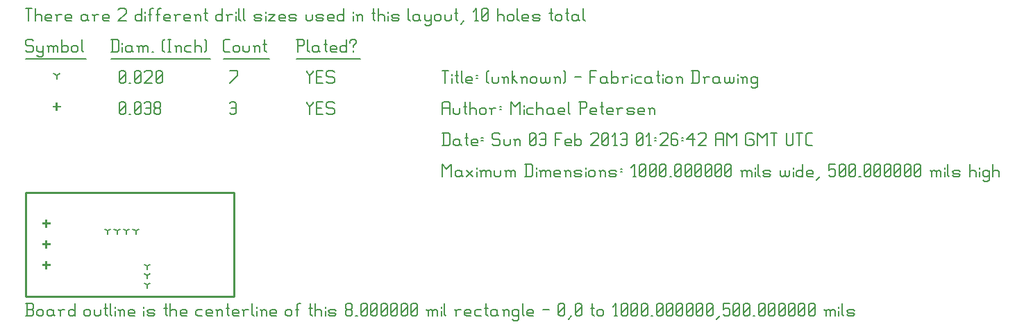
<source format=gbr>
G04 start of page 10 for group -3984 idx -3984 *
G04 Title: (unknown), fab *
G04 Creator: pcb 20110918 *
G04 CreationDate: Sun 03 Feb 2013 01:26:42 AM GMT UTC *
G04 For: petersen *
G04 Format: Gerber/RS-274X *
G04 PCB-Dimensions: 100000 50000 *
G04 PCB-Coordinate-Origin: lower left *
%MOIN*%
%FSLAX25Y25*%
%LNFAB*%
%ADD50C,0.0100*%
%ADD49C,0.0060*%
%ADD48R,0.0080X0.0080*%
G54D48*X10000Y36600D02*Y33400D01*
X8400Y35000D02*X11600D01*
X10000Y26600D02*Y23400D01*
X8400Y25000D02*X11600D01*
X10000Y16600D02*Y13400D01*
X8400Y15000D02*X11600D01*
X15000Y92850D02*Y89650D01*
X13400Y91250D02*X16600D01*
G54D49*X135000Y93500D02*Y92750D01*
X136500Y91250D01*
X138000Y92750D01*
Y93500D02*Y92750D01*
X136500Y91250D02*Y87500D01*
X139800Y90500D02*X142050D01*
X139800Y87500D02*X142800D01*
X139800Y93500D02*Y87500D01*
Y93500D02*X142800D01*
X147600D02*X148350Y92750D01*
X145350Y93500D02*X147600D01*
X144600Y92750D02*X145350Y93500D01*
X144600Y92750D02*Y91250D01*
X145350Y90500D01*
X147600D01*
X148350Y89750D01*
Y88250D01*
X147600Y87500D02*X148350Y88250D01*
X145350Y87500D02*X147600D01*
X144600Y88250D02*X145350Y87500D01*
X98000Y92750D02*X98750Y93500D01*
X100250D01*
X101000Y92750D01*
Y88250D01*
X100250Y87500D02*X101000Y88250D01*
X98750Y87500D02*X100250D01*
X98000Y88250D02*X98750Y87500D01*
Y90500D02*X101000D01*
X45000Y88250D02*X45750Y87500D01*
X45000Y92750D02*Y88250D01*
Y92750D02*X45750Y93500D01*
X47250D01*
X48000Y92750D01*
Y88250D01*
X47250Y87500D02*X48000Y88250D01*
X45750Y87500D02*X47250D01*
X45000Y89000D02*X48000Y92000D01*
X49800Y87500D02*X50550D01*
X52350Y88250D02*X53100Y87500D01*
X52350Y92750D02*Y88250D01*
Y92750D02*X53100Y93500D01*
X54600D01*
X55350Y92750D01*
Y88250D01*
X54600Y87500D02*X55350Y88250D01*
X53100Y87500D02*X54600D01*
X52350Y89000D02*X55350Y92000D01*
X57150Y92750D02*X57900Y93500D01*
X59400D01*
X60150Y92750D01*
Y88250D01*
X59400Y87500D02*X60150Y88250D01*
X57900Y87500D02*X59400D01*
X57150Y88250D02*X57900Y87500D01*
Y90500D02*X60150D01*
X61950Y88250D02*X62700Y87500D01*
X61950Y89750D02*Y88250D01*
Y89750D02*X62700Y90500D01*
X64200D01*
X64950Y89750D01*
Y88250D01*
X64200Y87500D02*X64950Y88250D01*
X62700Y87500D02*X64200D01*
X61950Y91250D02*X62700Y90500D01*
X61950Y92750D02*Y91250D01*
Y92750D02*X62700Y93500D01*
X64200D01*
X64950Y92750D01*
Y91250D01*
X64200Y90500D02*X64950Y91250D01*
X44000Y31500D02*Y29900D01*
Y31500D02*X45387Y32300D01*
X44000Y31500D02*X42613Y32300D01*
X53000Y31500D02*Y29900D01*
Y31500D02*X54387Y32300D01*
X53000Y31500D02*X51613Y32300D01*
X39500Y31500D02*Y29900D01*
Y31500D02*X40887Y32300D01*
X39500Y31500D02*X38113Y32300D01*
X48500Y31500D02*Y29900D01*
Y31500D02*X49887Y32300D01*
X48500Y31500D02*X47113Y32300D01*
X58500Y14500D02*Y12900D01*
Y14500D02*X59887Y15300D01*
X58500Y14500D02*X57113Y15300D01*
X58500Y10000D02*Y8400D01*
Y10000D02*X59887Y10800D01*
X58500Y10000D02*X57113Y10800D01*
X58500Y5500D02*Y3900D01*
Y5500D02*X59887Y6300D01*
X58500Y5500D02*X57113Y6300D01*
X15000Y106250D02*Y104650D01*
Y106250D02*X16387Y107050D01*
X15000Y106250D02*X13613Y107050D01*
X135000Y108500D02*Y107750D01*
X136500Y106250D01*
X138000Y107750D01*
Y108500D02*Y107750D01*
X136500Y106250D02*Y102500D01*
X139800Y105500D02*X142050D01*
X139800Y102500D02*X142800D01*
X139800Y108500D02*Y102500D01*
Y108500D02*X142800D01*
X147600D02*X148350Y107750D01*
X145350Y108500D02*X147600D01*
X144600Y107750D02*X145350Y108500D01*
X144600Y107750D02*Y106250D01*
X145350Y105500D01*
X147600D01*
X148350Y104750D01*
Y103250D01*
X147600Y102500D02*X148350Y103250D01*
X145350Y102500D02*X147600D01*
X144600Y103250D02*X145350Y102500D01*
X98000D02*X101750Y106250D01*
Y108500D02*Y106250D01*
X98000Y108500D02*X101750D01*
X45000Y103250D02*X45750Y102500D01*
X45000Y107750D02*Y103250D01*
Y107750D02*X45750Y108500D01*
X47250D01*
X48000Y107750D01*
Y103250D01*
X47250Y102500D02*X48000Y103250D01*
X45750Y102500D02*X47250D01*
X45000Y104000D02*X48000Y107000D01*
X49800Y102500D02*X50550D01*
X52350Y103250D02*X53100Y102500D01*
X52350Y107750D02*Y103250D01*
Y107750D02*X53100Y108500D01*
X54600D01*
X55350Y107750D01*
Y103250D01*
X54600Y102500D02*X55350Y103250D01*
X53100Y102500D02*X54600D01*
X52350Y104000D02*X55350Y107000D01*
X57150Y107750D02*X57900Y108500D01*
X60150D01*
X60900Y107750D01*
Y106250D01*
X57150Y102500D02*X60900Y106250D01*
X57150Y102500D02*X60900D01*
X62700Y103250D02*X63450Y102500D01*
X62700Y107750D02*Y103250D01*
Y107750D02*X63450Y108500D01*
X64950D01*
X65700Y107750D01*
Y103250D01*
X64950Y102500D02*X65700Y103250D01*
X63450Y102500D02*X64950D01*
X62700Y104000D02*X65700Y107000D01*
X3000Y123500D02*X3750Y122750D01*
X750Y123500D02*X3000D01*
X0Y122750D02*X750Y123500D01*
X0Y122750D02*Y121250D01*
X750Y120500D01*
X3000D01*
X3750Y119750D01*
Y118250D01*
X3000Y117500D02*X3750Y118250D01*
X750Y117500D02*X3000D01*
X0Y118250D02*X750Y117500D01*
X5550Y120500D02*Y118250D01*
X6300Y117500D01*
X8550Y120500D02*Y116000D01*
X7800Y115250D02*X8550Y116000D01*
X6300Y115250D02*X7800D01*
X5550Y116000D02*X6300Y115250D01*
Y117500D02*X7800D01*
X8550Y118250D01*
X11100Y119750D02*Y117500D01*
Y119750D02*X11850Y120500D01*
X12600D01*
X13350Y119750D01*
Y117500D01*
Y119750D02*X14100Y120500D01*
X14850D01*
X15600Y119750D01*
Y117500D01*
X10350Y120500D02*X11100Y119750D01*
X17400Y123500D02*Y117500D01*
Y118250D02*X18150Y117500D01*
X19650D01*
X20400Y118250D01*
Y119750D02*Y118250D01*
X19650Y120500D02*X20400Y119750D01*
X18150Y120500D02*X19650D01*
X17400Y119750D02*X18150Y120500D01*
X22200Y119750D02*Y118250D01*
Y119750D02*X22950Y120500D01*
X24450D01*
X25200Y119750D01*
Y118250D01*
X24450Y117500D02*X25200Y118250D01*
X22950Y117500D02*X24450D01*
X22200Y118250D02*X22950Y117500D01*
X27000Y123500D02*Y118250D01*
X27750Y117500D01*
X0Y114250D02*X29250D01*
X41750Y123500D02*Y117500D01*
X44000Y123500D02*X44750Y122750D01*
Y118250D01*
X44000Y117500D02*X44750Y118250D01*
X41000Y117500D02*X44000D01*
X41000Y123500D02*X44000D01*
X46550Y122000D02*Y121250D01*
Y119750D02*Y117500D01*
X50300Y120500D02*X51050Y119750D01*
X48800Y120500D02*X50300D01*
X48050Y119750D02*X48800Y120500D01*
X48050Y119750D02*Y118250D01*
X48800Y117500D01*
X51050Y120500D02*Y118250D01*
X51800Y117500D01*
X48800D02*X50300D01*
X51050Y118250D01*
X54350Y119750D02*Y117500D01*
Y119750D02*X55100Y120500D01*
X55850D01*
X56600Y119750D01*
Y117500D01*
Y119750D02*X57350Y120500D01*
X58100D01*
X58850Y119750D01*
Y117500D01*
X53600Y120500D02*X54350Y119750D01*
X60650Y117500D02*X61400D01*
X65900Y118250D02*X66650Y117500D01*
X65900Y122750D02*X66650Y123500D01*
X65900Y122750D02*Y118250D01*
X68450Y123500D02*X69950D01*
X69200D02*Y117500D01*
X68450D02*X69950D01*
X72500Y119750D02*Y117500D01*
Y119750D02*X73250Y120500D01*
X74000D01*
X74750Y119750D01*
Y117500D01*
X71750Y120500D02*X72500Y119750D01*
X77300Y120500D02*X79550D01*
X76550Y119750D02*X77300Y120500D01*
X76550Y119750D02*Y118250D01*
X77300Y117500D01*
X79550D01*
X81350Y123500D02*Y117500D01*
Y119750D02*X82100Y120500D01*
X83600D01*
X84350Y119750D01*
Y117500D01*
X86150Y123500D02*X86900Y122750D01*
Y118250D01*
X86150Y117500D02*X86900Y118250D01*
X41000Y114250D02*X88700D01*
X95750Y117500D02*X98000D01*
X95000Y118250D02*X95750Y117500D01*
X95000Y122750D02*Y118250D01*
Y122750D02*X95750Y123500D01*
X98000D01*
X99800Y119750D02*Y118250D01*
Y119750D02*X100550Y120500D01*
X102050D01*
X102800Y119750D01*
Y118250D01*
X102050Y117500D02*X102800Y118250D01*
X100550Y117500D02*X102050D01*
X99800Y118250D02*X100550Y117500D01*
X104600Y120500D02*Y118250D01*
X105350Y117500D01*
X106850D01*
X107600Y118250D01*
Y120500D02*Y118250D01*
X110150Y119750D02*Y117500D01*
Y119750D02*X110900Y120500D01*
X111650D01*
X112400Y119750D01*
Y117500D01*
X109400Y120500D02*X110150Y119750D01*
X114950Y123500D02*Y118250D01*
X115700Y117500D01*
X114200Y121250D02*X115700D01*
X95000Y114250D02*X117200D01*
X130750Y123500D02*Y117500D01*
X130000Y123500D02*X133000D01*
X133750Y122750D01*
Y121250D01*
X133000Y120500D02*X133750Y121250D01*
X130750Y120500D02*X133000D01*
X135550Y123500D02*Y118250D01*
X136300Y117500D01*
X140050Y120500D02*X140800Y119750D01*
X138550Y120500D02*X140050D01*
X137800Y119750D02*X138550Y120500D01*
X137800Y119750D02*Y118250D01*
X138550Y117500D01*
X140800Y120500D02*Y118250D01*
X141550Y117500D01*
X138550D02*X140050D01*
X140800Y118250D01*
X144100Y123500D02*Y118250D01*
X144850Y117500D01*
X143350Y121250D02*X144850D01*
X147100Y117500D02*X149350D01*
X146350Y118250D02*X147100Y117500D01*
X146350Y119750D02*Y118250D01*
Y119750D02*X147100Y120500D01*
X148600D01*
X149350Y119750D01*
X146350Y119000D02*X149350D01*
Y119750D02*Y119000D01*
X154150Y123500D02*Y117500D01*
X153400D02*X154150Y118250D01*
X151900Y117500D02*X153400D01*
X151150Y118250D02*X151900Y117500D01*
X151150Y119750D02*Y118250D01*
Y119750D02*X151900Y120500D01*
X153400D01*
X154150Y119750D01*
X157450Y120500D02*Y119750D01*
Y118250D02*Y117500D01*
X155950Y122750D02*Y122000D01*
Y122750D02*X156700Y123500D01*
X158200D01*
X158950Y122750D01*
Y122000D01*
X157450Y120500D02*X158950Y122000D01*
X130000Y114250D02*X160750D01*
X0Y138500D02*X3000D01*
X1500D02*Y132500D01*
X4800Y138500D02*Y132500D01*
Y134750D02*X5550Y135500D01*
X7050D01*
X7800Y134750D01*
Y132500D01*
X10350D02*X12600D01*
X9600Y133250D02*X10350Y132500D01*
X9600Y134750D02*Y133250D01*
Y134750D02*X10350Y135500D01*
X11850D01*
X12600Y134750D01*
X9600Y134000D02*X12600D01*
Y134750D02*Y134000D01*
X15150Y134750D02*Y132500D01*
Y134750D02*X15900Y135500D01*
X17400D01*
X14400D02*X15150Y134750D01*
X19950Y132500D02*X22200D01*
X19200Y133250D02*X19950Y132500D01*
X19200Y134750D02*Y133250D01*
Y134750D02*X19950Y135500D01*
X21450D01*
X22200Y134750D01*
X19200Y134000D02*X22200D01*
Y134750D02*Y134000D01*
X28950Y135500D02*X29700Y134750D01*
X27450Y135500D02*X28950D01*
X26700Y134750D02*X27450Y135500D01*
X26700Y134750D02*Y133250D01*
X27450Y132500D01*
X29700Y135500D02*Y133250D01*
X30450Y132500D01*
X27450D02*X28950D01*
X29700Y133250D01*
X33000Y134750D02*Y132500D01*
Y134750D02*X33750Y135500D01*
X35250D01*
X32250D02*X33000Y134750D01*
X37800Y132500D02*X40050D01*
X37050Y133250D02*X37800Y132500D01*
X37050Y134750D02*Y133250D01*
Y134750D02*X37800Y135500D01*
X39300D01*
X40050Y134750D01*
X37050Y134000D02*X40050D01*
Y134750D02*Y134000D01*
X44550Y137750D02*X45300Y138500D01*
X47550D01*
X48300Y137750D01*
Y136250D01*
X44550Y132500D02*X48300Y136250D01*
X44550Y132500D02*X48300D01*
X55800Y138500D02*Y132500D01*
X55050D02*X55800Y133250D01*
X53550Y132500D02*X55050D01*
X52800Y133250D02*X53550Y132500D01*
X52800Y134750D02*Y133250D01*
Y134750D02*X53550Y135500D01*
X55050D01*
X55800Y134750D01*
X57600Y137000D02*Y136250D01*
Y134750D02*Y132500D01*
X59850Y137750D02*Y132500D01*
Y137750D02*X60600Y138500D01*
X61350D01*
X59100Y135500D02*X60600D01*
X63600Y137750D02*Y132500D01*
Y137750D02*X64350Y138500D01*
X65100D01*
X62850Y135500D02*X64350D01*
X67350Y132500D02*X69600D01*
X66600Y133250D02*X67350Y132500D01*
X66600Y134750D02*Y133250D01*
Y134750D02*X67350Y135500D01*
X68850D01*
X69600Y134750D01*
X66600Y134000D02*X69600D01*
Y134750D02*Y134000D01*
X72150Y134750D02*Y132500D01*
Y134750D02*X72900Y135500D01*
X74400D01*
X71400D02*X72150Y134750D01*
X76950Y132500D02*X79200D01*
X76200Y133250D02*X76950Y132500D01*
X76200Y134750D02*Y133250D01*
Y134750D02*X76950Y135500D01*
X78450D01*
X79200Y134750D01*
X76200Y134000D02*X79200D01*
Y134750D02*Y134000D01*
X81750Y134750D02*Y132500D01*
Y134750D02*X82500Y135500D01*
X83250D01*
X84000Y134750D01*
Y132500D01*
X81000Y135500D02*X81750Y134750D01*
X86550Y138500D02*Y133250D01*
X87300Y132500D01*
X85800Y136250D02*X87300D01*
X94500Y138500D02*Y132500D01*
X93750D02*X94500Y133250D01*
X92250Y132500D02*X93750D01*
X91500Y133250D02*X92250Y132500D01*
X91500Y134750D02*Y133250D01*
Y134750D02*X92250Y135500D01*
X93750D01*
X94500Y134750D01*
X97050D02*Y132500D01*
Y134750D02*X97800Y135500D01*
X99300D01*
X96300D02*X97050Y134750D01*
X101100Y137000D02*Y136250D01*
Y134750D02*Y132500D01*
X102600Y138500D02*Y133250D01*
X103350Y132500D01*
X104850Y138500D02*Y133250D01*
X105600Y132500D01*
X110550D02*X112800D01*
X113550Y133250D01*
X112800Y134000D02*X113550Y133250D01*
X110550Y134000D02*X112800D01*
X109800Y134750D02*X110550Y134000D01*
X109800Y134750D02*X110550Y135500D01*
X112800D01*
X113550Y134750D01*
X109800Y133250D02*X110550Y132500D01*
X115350Y137000D02*Y136250D01*
Y134750D02*Y132500D01*
X116850Y135500D02*X119850D01*
X116850Y132500D02*X119850Y135500D01*
X116850Y132500D02*X119850D01*
X122400D02*X124650D01*
X121650Y133250D02*X122400Y132500D01*
X121650Y134750D02*Y133250D01*
Y134750D02*X122400Y135500D01*
X123900D01*
X124650Y134750D01*
X121650Y134000D02*X124650D01*
Y134750D02*Y134000D01*
X127200Y132500D02*X129450D01*
X130200Y133250D01*
X129450Y134000D02*X130200Y133250D01*
X127200Y134000D02*X129450D01*
X126450Y134750D02*X127200Y134000D01*
X126450Y134750D02*X127200Y135500D01*
X129450D01*
X130200Y134750D01*
X126450Y133250D02*X127200Y132500D01*
X134700Y135500D02*Y133250D01*
X135450Y132500D01*
X136950D01*
X137700Y133250D01*
Y135500D02*Y133250D01*
X140250Y132500D02*X142500D01*
X143250Y133250D01*
X142500Y134000D02*X143250Y133250D01*
X140250Y134000D02*X142500D01*
X139500Y134750D02*X140250Y134000D01*
X139500Y134750D02*X140250Y135500D01*
X142500D01*
X143250Y134750D01*
X139500Y133250D02*X140250Y132500D01*
X145800D02*X148050D01*
X145050Y133250D02*X145800Y132500D01*
X145050Y134750D02*Y133250D01*
Y134750D02*X145800Y135500D01*
X147300D01*
X148050Y134750D01*
X145050Y134000D02*X148050D01*
Y134750D02*Y134000D01*
X152850Y138500D02*Y132500D01*
X152100D02*X152850Y133250D01*
X150600Y132500D02*X152100D01*
X149850Y133250D02*X150600Y132500D01*
X149850Y134750D02*Y133250D01*
Y134750D02*X150600Y135500D01*
X152100D01*
X152850Y134750D01*
X157350Y137000D02*Y136250D01*
Y134750D02*Y132500D01*
X159600Y134750D02*Y132500D01*
Y134750D02*X160350Y135500D01*
X161100D01*
X161850Y134750D01*
Y132500D01*
X158850Y135500D02*X159600Y134750D01*
X167100Y138500D02*Y133250D01*
X167850Y132500D01*
X166350Y136250D02*X167850D01*
X169350Y138500D02*Y132500D01*
Y134750D02*X170100Y135500D01*
X171600D01*
X172350Y134750D01*
Y132500D01*
X174150Y137000D02*Y136250D01*
Y134750D02*Y132500D01*
X176400D02*X178650D01*
X179400Y133250D01*
X178650Y134000D02*X179400Y133250D01*
X176400Y134000D02*X178650D01*
X175650Y134750D02*X176400Y134000D01*
X175650Y134750D02*X176400Y135500D01*
X178650D01*
X179400Y134750D01*
X175650Y133250D02*X176400Y132500D01*
X183900Y138500D02*Y133250D01*
X184650Y132500D01*
X188400Y135500D02*X189150Y134750D01*
X186900Y135500D02*X188400D01*
X186150Y134750D02*X186900Y135500D01*
X186150Y134750D02*Y133250D01*
X186900Y132500D01*
X189150Y135500D02*Y133250D01*
X189900Y132500D01*
X186900D02*X188400D01*
X189150Y133250D01*
X191700Y135500D02*Y133250D01*
X192450Y132500D01*
X194700Y135500D02*Y131000D01*
X193950Y130250D02*X194700Y131000D01*
X192450Y130250D02*X193950D01*
X191700Y131000D02*X192450Y130250D01*
Y132500D02*X193950D01*
X194700Y133250D01*
X196500Y134750D02*Y133250D01*
Y134750D02*X197250Y135500D01*
X198750D01*
X199500Y134750D01*
Y133250D01*
X198750Y132500D02*X199500Y133250D01*
X197250Y132500D02*X198750D01*
X196500Y133250D02*X197250Y132500D01*
X201300Y135500D02*Y133250D01*
X202050Y132500D01*
X203550D01*
X204300Y133250D01*
Y135500D02*Y133250D01*
X206850Y138500D02*Y133250D01*
X207600Y132500D01*
X206100Y136250D02*X207600D01*
X209100Y131000D02*X210600Y132500D01*
X215850D02*X217350D01*
X216600Y138500D02*Y132500D01*
X215100Y137000D02*X216600Y138500D01*
X219150Y133250D02*X219900Y132500D01*
X219150Y137750D02*Y133250D01*
Y137750D02*X219900Y138500D01*
X221400D01*
X222150Y137750D01*
Y133250D01*
X221400Y132500D02*X222150Y133250D01*
X219900Y132500D02*X221400D01*
X219150Y134000D02*X222150Y137000D01*
X226650Y138500D02*Y132500D01*
Y134750D02*X227400Y135500D01*
X228900D01*
X229650Y134750D01*
Y132500D01*
X231450Y134750D02*Y133250D01*
Y134750D02*X232200Y135500D01*
X233700D01*
X234450Y134750D01*
Y133250D01*
X233700Y132500D02*X234450Y133250D01*
X232200Y132500D02*X233700D01*
X231450Y133250D02*X232200Y132500D01*
X236250Y138500D02*Y133250D01*
X237000Y132500D01*
X239250D02*X241500D01*
X238500Y133250D02*X239250Y132500D01*
X238500Y134750D02*Y133250D01*
Y134750D02*X239250Y135500D01*
X240750D01*
X241500Y134750D01*
X238500Y134000D02*X241500D01*
Y134750D02*Y134000D01*
X244050Y132500D02*X246300D01*
X247050Y133250D01*
X246300Y134000D02*X247050Y133250D01*
X244050Y134000D02*X246300D01*
X243300Y134750D02*X244050Y134000D01*
X243300Y134750D02*X244050Y135500D01*
X246300D01*
X247050Y134750D01*
X243300Y133250D02*X244050Y132500D01*
X252300Y138500D02*Y133250D01*
X253050Y132500D01*
X251550Y136250D02*X253050D01*
X254550Y134750D02*Y133250D01*
Y134750D02*X255300Y135500D01*
X256800D01*
X257550Y134750D01*
Y133250D01*
X256800Y132500D02*X257550Y133250D01*
X255300Y132500D02*X256800D01*
X254550Y133250D02*X255300Y132500D01*
X260100Y138500D02*Y133250D01*
X260850Y132500D01*
X259350Y136250D02*X260850D01*
X264600Y135500D02*X265350Y134750D01*
X263100Y135500D02*X264600D01*
X262350Y134750D02*X263100Y135500D01*
X262350Y134750D02*Y133250D01*
X263100Y132500D01*
X265350Y135500D02*Y133250D01*
X266100Y132500D01*
X263100D02*X264600D01*
X265350Y133250D01*
X267900Y138500D02*Y133250D01*
X268650Y132500D01*
G54D50*X0Y50000D02*X100000D01*
X0D02*Y0D01*
X100000Y50000D02*Y0D01*
X0D02*X100000D01*
G54D49*X200000Y63500D02*Y57500D01*
Y63500D02*X202250Y61250D01*
X204500Y63500D01*
Y57500D01*
X208550Y60500D02*X209300Y59750D01*
X207050Y60500D02*X208550D01*
X206300Y59750D02*X207050Y60500D01*
X206300Y59750D02*Y58250D01*
X207050Y57500D01*
X209300Y60500D02*Y58250D01*
X210050Y57500D01*
X207050D02*X208550D01*
X209300Y58250D01*
X211850Y60500D02*X214850Y57500D01*
X211850D02*X214850Y60500D01*
X216650Y62000D02*Y61250D01*
Y59750D02*Y57500D01*
X218900Y59750D02*Y57500D01*
Y59750D02*X219650Y60500D01*
X220400D01*
X221150Y59750D01*
Y57500D01*
Y59750D02*X221900Y60500D01*
X222650D01*
X223400Y59750D01*
Y57500D01*
X218150Y60500D02*X218900Y59750D01*
X225200Y60500D02*Y58250D01*
X225950Y57500D01*
X227450D01*
X228200Y58250D01*
Y60500D02*Y58250D01*
X230750Y59750D02*Y57500D01*
Y59750D02*X231500Y60500D01*
X232250D01*
X233000Y59750D01*
Y57500D01*
Y59750D02*X233750Y60500D01*
X234500D01*
X235250Y59750D01*
Y57500D01*
X230000Y60500D02*X230750Y59750D01*
X240500Y63500D02*Y57500D01*
X242750Y63500D02*X243500Y62750D01*
Y58250D01*
X242750Y57500D02*X243500Y58250D01*
X239750Y57500D02*X242750D01*
X239750Y63500D02*X242750D01*
X245300Y62000D02*Y61250D01*
Y59750D02*Y57500D01*
X247550Y59750D02*Y57500D01*
Y59750D02*X248300Y60500D01*
X249050D01*
X249800Y59750D01*
Y57500D01*
Y59750D02*X250550Y60500D01*
X251300D01*
X252050Y59750D01*
Y57500D01*
X246800Y60500D02*X247550Y59750D01*
X254600Y57500D02*X256850D01*
X253850Y58250D02*X254600Y57500D01*
X253850Y59750D02*Y58250D01*
Y59750D02*X254600Y60500D01*
X256100D01*
X256850Y59750D01*
X253850Y59000D02*X256850D01*
Y59750D02*Y59000D01*
X259400Y59750D02*Y57500D01*
Y59750D02*X260150Y60500D01*
X260900D01*
X261650Y59750D01*
Y57500D01*
X258650Y60500D02*X259400Y59750D01*
X264200Y57500D02*X266450D01*
X267200Y58250D01*
X266450Y59000D02*X267200Y58250D01*
X264200Y59000D02*X266450D01*
X263450Y59750D02*X264200Y59000D01*
X263450Y59750D02*X264200Y60500D01*
X266450D01*
X267200Y59750D01*
X263450Y58250D02*X264200Y57500D01*
X269000Y62000D02*Y61250D01*
Y59750D02*Y57500D01*
X270500Y59750D02*Y58250D01*
Y59750D02*X271250Y60500D01*
X272750D01*
X273500Y59750D01*
Y58250D01*
X272750Y57500D02*X273500Y58250D01*
X271250Y57500D02*X272750D01*
X270500Y58250D02*X271250Y57500D01*
X276050Y59750D02*Y57500D01*
Y59750D02*X276800Y60500D01*
X277550D01*
X278300Y59750D01*
Y57500D01*
X275300Y60500D02*X276050Y59750D01*
X280850Y57500D02*X283100D01*
X283850Y58250D01*
X283100Y59000D02*X283850Y58250D01*
X280850Y59000D02*X283100D01*
X280100Y59750D02*X280850Y59000D01*
X280100Y59750D02*X280850Y60500D01*
X283100D01*
X283850Y59750D01*
X280100Y58250D02*X280850Y57500D01*
X285650Y61250D02*X286400D01*
X285650Y59750D02*X286400D01*
X291650Y57500D02*X293150D01*
X292400Y63500D02*Y57500D01*
X290900Y62000D02*X292400Y63500D01*
X294950Y58250D02*X295700Y57500D01*
X294950Y62750D02*Y58250D01*
Y62750D02*X295700Y63500D01*
X297200D01*
X297950Y62750D01*
Y58250D01*
X297200Y57500D02*X297950Y58250D01*
X295700Y57500D02*X297200D01*
X294950Y59000D02*X297950Y62000D01*
X299750Y58250D02*X300500Y57500D01*
X299750Y62750D02*Y58250D01*
Y62750D02*X300500Y63500D01*
X302000D01*
X302750Y62750D01*
Y58250D01*
X302000Y57500D02*X302750Y58250D01*
X300500Y57500D02*X302000D01*
X299750Y59000D02*X302750Y62000D01*
X304550Y58250D02*X305300Y57500D01*
X304550Y62750D02*Y58250D01*
Y62750D02*X305300Y63500D01*
X306800D01*
X307550Y62750D01*
Y58250D01*
X306800Y57500D02*X307550Y58250D01*
X305300Y57500D02*X306800D01*
X304550Y59000D02*X307550Y62000D01*
X309350Y57500D02*X310100D01*
X311900Y58250D02*X312650Y57500D01*
X311900Y62750D02*Y58250D01*
Y62750D02*X312650Y63500D01*
X314150D01*
X314900Y62750D01*
Y58250D01*
X314150Y57500D02*X314900Y58250D01*
X312650Y57500D02*X314150D01*
X311900Y59000D02*X314900Y62000D01*
X316700Y58250D02*X317450Y57500D01*
X316700Y62750D02*Y58250D01*
Y62750D02*X317450Y63500D01*
X318950D01*
X319700Y62750D01*
Y58250D01*
X318950Y57500D02*X319700Y58250D01*
X317450Y57500D02*X318950D01*
X316700Y59000D02*X319700Y62000D01*
X321500Y58250D02*X322250Y57500D01*
X321500Y62750D02*Y58250D01*
Y62750D02*X322250Y63500D01*
X323750D01*
X324500Y62750D01*
Y58250D01*
X323750Y57500D02*X324500Y58250D01*
X322250Y57500D02*X323750D01*
X321500Y59000D02*X324500Y62000D01*
X326300Y58250D02*X327050Y57500D01*
X326300Y62750D02*Y58250D01*
Y62750D02*X327050Y63500D01*
X328550D01*
X329300Y62750D01*
Y58250D01*
X328550Y57500D02*X329300Y58250D01*
X327050Y57500D02*X328550D01*
X326300Y59000D02*X329300Y62000D01*
X331100Y58250D02*X331850Y57500D01*
X331100Y62750D02*Y58250D01*
Y62750D02*X331850Y63500D01*
X333350D01*
X334100Y62750D01*
Y58250D01*
X333350Y57500D02*X334100Y58250D01*
X331850Y57500D02*X333350D01*
X331100Y59000D02*X334100Y62000D01*
X335900Y58250D02*X336650Y57500D01*
X335900Y62750D02*Y58250D01*
Y62750D02*X336650Y63500D01*
X338150D01*
X338900Y62750D01*
Y58250D01*
X338150Y57500D02*X338900Y58250D01*
X336650Y57500D02*X338150D01*
X335900Y59000D02*X338900Y62000D01*
X344150Y59750D02*Y57500D01*
Y59750D02*X344900Y60500D01*
X345650D01*
X346400Y59750D01*
Y57500D01*
Y59750D02*X347150Y60500D01*
X347900D01*
X348650Y59750D01*
Y57500D01*
X343400Y60500D02*X344150Y59750D01*
X350450Y62000D02*Y61250D01*
Y59750D02*Y57500D01*
X351950Y63500D02*Y58250D01*
X352700Y57500D01*
X354950D02*X357200D01*
X357950Y58250D01*
X357200Y59000D02*X357950Y58250D01*
X354950Y59000D02*X357200D01*
X354200Y59750D02*X354950Y59000D01*
X354200Y59750D02*X354950Y60500D01*
X357200D01*
X357950Y59750D01*
X354200Y58250D02*X354950Y57500D01*
X362450Y60500D02*Y58250D01*
X363200Y57500D01*
X363950D01*
X364700Y58250D01*
Y60500D02*Y58250D01*
X365450Y57500D01*
X366200D01*
X366950Y58250D01*
Y60500D02*Y58250D01*
X368750Y62000D02*Y61250D01*
Y59750D02*Y57500D01*
X373250Y63500D02*Y57500D01*
X372500D02*X373250Y58250D01*
X371000Y57500D02*X372500D01*
X370250Y58250D02*X371000Y57500D01*
X370250Y59750D02*Y58250D01*
Y59750D02*X371000Y60500D01*
X372500D01*
X373250Y59750D01*
X375800Y57500D02*X378050D01*
X375050Y58250D02*X375800Y57500D01*
X375050Y59750D02*Y58250D01*
Y59750D02*X375800Y60500D01*
X377300D01*
X378050Y59750D01*
X375050Y59000D02*X378050D01*
Y59750D02*Y59000D01*
X379850Y56000D02*X381350Y57500D01*
X385850Y63500D02*X388850D01*
X385850D02*Y60500D01*
X386600Y61250D01*
X388100D01*
X388850Y60500D01*
Y58250D01*
X388100Y57500D02*X388850Y58250D01*
X386600Y57500D02*X388100D01*
X385850Y58250D02*X386600Y57500D01*
X390650Y58250D02*X391400Y57500D01*
X390650Y62750D02*Y58250D01*
Y62750D02*X391400Y63500D01*
X392900D01*
X393650Y62750D01*
Y58250D01*
X392900Y57500D02*X393650Y58250D01*
X391400Y57500D02*X392900D01*
X390650Y59000D02*X393650Y62000D01*
X395450Y58250D02*X396200Y57500D01*
X395450Y62750D02*Y58250D01*
Y62750D02*X396200Y63500D01*
X397700D01*
X398450Y62750D01*
Y58250D01*
X397700Y57500D02*X398450Y58250D01*
X396200Y57500D02*X397700D01*
X395450Y59000D02*X398450Y62000D01*
X400250Y57500D02*X401000D01*
X402800Y58250D02*X403550Y57500D01*
X402800Y62750D02*Y58250D01*
Y62750D02*X403550Y63500D01*
X405050D01*
X405800Y62750D01*
Y58250D01*
X405050Y57500D02*X405800Y58250D01*
X403550Y57500D02*X405050D01*
X402800Y59000D02*X405800Y62000D01*
X407600Y58250D02*X408350Y57500D01*
X407600Y62750D02*Y58250D01*
Y62750D02*X408350Y63500D01*
X409850D01*
X410600Y62750D01*
Y58250D01*
X409850Y57500D02*X410600Y58250D01*
X408350Y57500D02*X409850D01*
X407600Y59000D02*X410600Y62000D01*
X412400Y58250D02*X413150Y57500D01*
X412400Y62750D02*Y58250D01*
Y62750D02*X413150Y63500D01*
X414650D01*
X415400Y62750D01*
Y58250D01*
X414650Y57500D02*X415400Y58250D01*
X413150Y57500D02*X414650D01*
X412400Y59000D02*X415400Y62000D01*
X417200Y58250D02*X417950Y57500D01*
X417200Y62750D02*Y58250D01*
Y62750D02*X417950Y63500D01*
X419450D01*
X420200Y62750D01*
Y58250D01*
X419450Y57500D02*X420200Y58250D01*
X417950Y57500D02*X419450D01*
X417200Y59000D02*X420200Y62000D01*
X422000Y58250D02*X422750Y57500D01*
X422000Y62750D02*Y58250D01*
Y62750D02*X422750Y63500D01*
X424250D01*
X425000Y62750D01*
Y58250D01*
X424250Y57500D02*X425000Y58250D01*
X422750Y57500D02*X424250D01*
X422000Y59000D02*X425000Y62000D01*
X426800Y58250D02*X427550Y57500D01*
X426800Y62750D02*Y58250D01*
Y62750D02*X427550Y63500D01*
X429050D01*
X429800Y62750D01*
Y58250D01*
X429050Y57500D02*X429800Y58250D01*
X427550Y57500D02*X429050D01*
X426800Y59000D02*X429800Y62000D01*
X435050Y59750D02*Y57500D01*
Y59750D02*X435800Y60500D01*
X436550D01*
X437300Y59750D01*
Y57500D01*
Y59750D02*X438050Y60500D01*
X438800D01*
X439550Y59750D01*
Y57500D01*
X434300Y60500D02*X435050Y59750D01*
X441350Y62000D02*Y61250D01*
Y59750D02*Y57500D01*
X442850Y63500D02*Y58250D01*
X443600Y57500D01*
X445850D02*X448100D01*
X448850Y58250D01*
X448100Y59000D02*X448850Y58250D01*
X445850Y59000D02*X448100D01*
X445100Y59750D02*X445850Y59000D01*
X445100Y59750D02*X445850Y60500D01*
X448100D01*
X448850Y59750D01*
X445100Y58250D02*X445850Y57500D01*
X453350Y63500D02*Y57500D01*
Y59750D02*X454100Y60500D01*
X455600D01*
X456350Y59750D01*
Y57500D01*
X458150Y62000D02*Y61250D01*
Y59750D02*Y57500D01*
X461900Y60500D02*X462650Y59750D01*
X460400Y60500D02*X461900D01*
X459650Y59750D02*X460400Y60500D01*
X459650Y59750D02*Y58250D01*
X460400Y57500D01*
X461900D01*
X462650Y58250D01*
X459650Y56000D02*X460400Y55250D01*
X461900D01*
X462650Y56000D01*
Y60500D02*Y56000D01*
X464450Y63500D02*Y57500D01*
Y59750D02*X465200Y60500D01*
X466700D01*
X467450Y59750D01*
Y57500D01*
X0Y-9500D02*X3000D01*
X3750Y-8750D01*
Y-7250D02*Y-8750D01*
X3000Y-6500D02*X3750Y-7250D01*
X750Y-6500D02*X3000D01*
X750Y-3500D02*Y-9500D01*
X0Y-3500D02*X3000D01*
X3750Y-4250D01*
Y-5750D01*
X3000Y-6500D02*X3750Y-5750D01*
X5550Y-7250D02*Y-8750D01*
Y-7250D02*X6300Y-6500D01*
X7800D01*
X8550Y-7250D01*
Y-8750D01*
X7800Y-9500D02*X8550Y-8750D01*
X6300Y-9500D02*X7800D01*
X5550Y-8750D02*X6300Y-9500D01*
X12600Y-6500D02*X13350Y-7250D01*
X11100Y-6500D02*X12600D01*
X10350Y-7250D02*X11100Y-6500D01*
X10350Y-7250D02*Y-8750D01*
X11100Y-9500D01*
X13350Y-6500D02*Y-8750D01*
X14100Y-9500D01*
X11100D02*X12600D01*
X13350Y-8750D01*
X16650Y-7250D02*Y-9500D01*
Y-7250D02*X17400Y-6500D01*
X18900D01*
X15900D02*X16650Y-7250D01*
X23700Y-3500D02*Y-9500D01*
X22950D02*X23700Y-8750D01*
X21450Y-9500D02*X22950D01*
X20700Y-8750D02*X21450Y-9500D01*
X20700Y-7250D02*Y-8750D01*
Y-7250D02*X21450Y-6500D01*
X22950D01*
X23700Y-7250D01*
X28200D02*Y-8750D01*
Y-7250D02*X28950Y-6500D01*
X30450D01*
X31200Y-7250D01*
Y-8750D01*
X30450Y-9500D02*X31200Y-8750D01*
X28950Y-9500D02*X30450D01*
X28200Y-8750D02*X28950Y-9500D01*
X33000Y-6500D02*Y-8750D01*
X33750Y-9500D01*
X35250D01*
X36000Y-8750D01*
Y-6500D02*Y-8750D01*
X38550Y-3500D02*Y-8750D01*
X39300Y-9500D01*
X37800Y-5750D02*X39300D01*
X40800Y-3500D02*Y-8750D01*
X41550Y-9500D01*
X43050Y-5000D02*Y-5750D01*
Y-7250D02*Y-9500D01*
X45300Y-7250D02*Y-9500D01*
Y-7250D02*X46050Y-6500D01*
X46800D01*
X47550Y-7250D01*
Y-9500D01*
X44550Y-6500D02*X45300Y-7250D01*
X50100Y-9500D02*X52350D01*
X49350Y-8750D02*X50100Y-9500D01*
X49350Y-7250D02*Y-8750D01*
Y-7250D02*X50100Y-6500D01*
X51600D01*
X52350Y-7250D01*
X49350Y-8000D02*X52350D01*
Y-7250D02*Y-8000D01*
X56850Y-5000D02*Y-5750D01*
Y-7250D02*Y-9500D01*
X59100D02*X61350D01*
X62100Y-8750D01*
X61350Y-8000D02*X62100Y-8750D01*
X59100Y-8000D02*X61350D01*
X58350Y-7250D02*X59100Y-8000D01*
X58350Y-7250D02*X59100Y-6500D01*
X61350D01*
X62100Y-7250D01*
X58350Y-8750D02*X59100Y-9500D01*
X67350Y-3500D02*Y-8750D01*
X68100Y-9500D01*
X66600Y-5750D02*X68100D01*
X69600Y-3500D02*Y-9500D01*
Y-7250D02*X70350Y-6500D01*
X71850D01*
X72600Y-7250D01*
Y-9500D01*
X75150D02*X77400D01*
X74400Y-8750D02*X75150Y-9500D01*
X74400Y-7250D02*Y-8750D01*
Y-7250D02*X75150Y-6500D01*
X76650D01*
X77400Y-7250D01*
X74400Y-8000D02*X77400D01*
Y-7250D02*Y-8000D01*
X82650Y-6500D02*X84900D01*
X81900Y-7250D02*X82650Y-6500D01*
X81900Y-7250D02*Y-8750D01*
X82650Y-9500D01*
X84900D01*
X87450D02*X89700D01*
X86700Y-8750D02*X87450Y-9500D01*
X86700Y-7250D02*Y-8750D01*
Y-7250D02*X87450Y-6500D01*
X88950D01*
X89700Y-7250D01*
X86700Y-8000D02*X89700D01*
Y-7250D02*Y-8000D01*
X92250Y-7250D02*Y-9500D01*
Y-7250D02*X93000Y-6500D01*
X93750D01*
X94500Y-7250D01*
Y-9500D01*
X91500Y-6500D02*X92250Y-7250D01*
X97050Y-3500D02*Y-8750D01*
X97800Y-9500D01*
X96300Y-5750D02*X97800D01*
X100050Y-9500D02*X102300D01*
X99300Y-8750D02*X100050Y-9500D01*
X99300Y-7250D02*Y-8750D01*
Y-7250D02*X100050Y-6500D01*
X101550D01*
X102300Y-7250D01*
X99300Y-8000D02*X102300D01*
Y-7250D02*Y-8000D01*
X104850Y-7250D02*Y-9500D01*
Y-7250D02*X105600Y-6500D01*
X107100D01*
X104100D02*X104850Y-7250D01*
X108900Y-3500D02*Y-8750D01*
X109650Y-9500D01*
X111150Y-5000D02*Y-5750D01*
Y-7250D02*Y-9500D01*
X113400Y-7250D02*Y-9500D01*
Y-7250D02*X114150Y-6500D01*
X114900D01*
X115650Y-7250D01*
Y-9500D01*
X112650Y-6500D02*X113400Y-7250D01*
X118200Y-9500D02*X120450D01*
X117450Y-8750D02*X118200Y-9500D01*
X117450Y-7250D02*Y-8750D01*
Y-7250D02*X118200Y-6500D01*
X119700D01*
X120450Y-7250D01*
X117450Y-8000D02*X120450D01*
Y-7250D02*Y-8000D01*
X124950Y-7250D02*Y-8750D01*
Y-7250D02*X125700Y-6500D01*
X127200D01*
X127950Y-7250D01*
Y-8750D01*
X127200Y-9500D02*X127950Y-8750D01*
X125700Y-9500D02*X127200D01*
X124950Y-8750D02*X125700Y-9500D01*
X130500Y-4250D02*Y-9500D01*
Y-4250D02*X131250Y-3500D01*
X132000D01*
X129750Y-6500D02*X131250D01*
X136950Y-3500D02*Y-8750D01*
X137700Y-9500D01*
X136200Y-5750D02*X137700D01*
X139200Y-3500D02*Y-9500D01*
Y-7250D02*X139950Y-6500D01*
X141450D01*
X142200Y-7250D01*
Y-9500D01*
X144000Y-5000D02*Y-5750D01*
Y-7250D02*Y-9500D01*
X146250D02*X148500D01*
X149250Y-8750D01*
X148500Y-8000D02*X149250Y-8750D01*
X146250Y-8000D02*X148500D01*
X145500Y-7250D02*X146250Y-8000D01*
X145500Y-7250D02*X146250Y-6500D01*
X148500D01*
X149250Y-7250D01*
X145500Y-8750D02*X146250Y-9500D01*
X153750Y-8750D02*X154500Y-9500D01*
X153750Y-7250D02*Y-8750D01*
Y-7250D02*X154500Y-6500D01*
X156000D01*
X156750Y-7250D01*
Y-8750D01*
X156000Y-9500D02*X156750Y-8750D01*
X154500Y-9500D02*X156000D01*
X153750Y-5750D02*X154500Y-6500D01*
X153750Y-4250D02*Y-5750D01*
Y-4250D02*X154500Y-3500D01*
X156000D01*
X156750Y-4250D01*
Y-5750D01*
X156000Y-6500D02*X156750Y-5750D01*
X158550Y-9500D02*X159300D01*
X161100Y-8750D02*X161850Y-9500D01*
X161100Y-4250D02*Y-8750D01*
Y-4250D02*X161850Y-3500D01*
X163350D01*
X164100Y-4250D01*
Y-8750D01*
X163350Y-9500D02*X164100Y-8750D01*
X161850Y-9500D02*X163350D01*
X161100Y-8000D02*X164100Y-5000D01*
X165900Y-8750D02*X166650Y-9500D01*
X165900Y-4250D02*Y-8750D01*
Y-4250D02*X166650Y-3500D01*
X168150D01*
X168900Y-4250D01*
Y-8750D01*
X168150Y-9500D02*X168900Y-8750D01*
X166650Y-9500D02*X168150D01*
X165900Y-8000D02*X168900Y-5000D01*
X170700Y-8750D02*X171450Y-9500D01*
X170700Y-4250D02*Y-8750D01*
Y-4250D02*X171450Y-3500D01*
X172950D01*
X173700Y-4250D01*
Y-8750D01*
X172950Y-9500D02*X173700Y-8750D01*
X171450Y-9500D02*X172950D01*
X170700Y-8000D02*X173700Y-5000D01*
X175500Y-8750D02*X176250Y-9500D01*
X175500Y-4250D02*Y-8750D01*
Y-4250D02*X176250Y-3500D01*
X177750D01*
X178500Y-4250D01*
Y-8750D01*
X177750Y-9500D02*X178500Y-8750D01*
X176250Y-9500D02*X177750D01*
X175500Y-8000D02*X178500Y-5000D01*
X180300Y-8750D02*X181050Y-9500D01*
X180300Y-4250D02*Y-8750D01*
Y-4250D02*X181050Y-3500D01*
X182550D01*
X183300Y-4250D01*
Y-8750D01*
X182550Y-9500D02*X183300Y-8750D01*
X181050Y-9500D02*X182550D01*
X180300Y-8000D02*X183300Y-5000D01*
X185100Y-8750D02*X185850Y-9500D01*
X185100Y-4250D02*Y-8750D01*
Y-4250D02*X185850Y-3500D01*
X187350D01*
X188100Y-4250D01*
Y-8750D01*
X187350Y-9500D02*X188100Y-8750D01*
X185850Y-9500D02*X187350D01*
X185100Y-8000D02*X188100Y-5000D01*
X193350Y-7250D02*Y-9500D01*
Y-7250D02*X194100Y-6500D01*
X194850D01*
X195600Y-7250D01*
Y-9500D01*
Y-7250D02*X196350Y-6500D01*
X197100D01*
X197850Y-7250D01*
Y-9500D01*
X192600Y-6500D02*X193350Y-7250D01*
X199650Y-5000D02*Y-5750D01*
Y-7250D02*Y-9500D01*
X201150Y-3500D02*Y-8750D01*
X201900Y-9500D01*
X206850Y-7250D02*Y-9500D01*
Y-7250D02*X207600Y-6500D01*
X209100D01*
X206100D02*X206850Y-7250D01*
X211650Y-9500D02*X213900D01*
X210900Y-8750D02*X211650Y-9500D01*
X210900Y-7250D02*Y-8750D01*
Y-7250D02*X211650Y-6500D01*
X213150D01*
X213900Y-7250D01*
X210900Y-8000D02*X213900D01*
Y-7250D02*Y-8000D01*
X216450Y-6500D02*X218700D01*
X215700Y-7250D02*X216450Y-6500D01*
X215700Y-7250D02*Y-8750D01*
X216450Y-9500D01*
X218700D01*
X221250Y-3500D02*Y-8750D01*
X222000Y-9500D01*
X220500Y-5750D02*X222000D01*
X225750Y-6500D02*X226500Y-7250D01*
X224250Y-6500D02*X225750D01*
X223500Y-7250D02*X224250Y-6500D01*
X223500Y-7250D02*Y-8750D01*
X224250Y-9500D01*
X226500Y-6500D02*Y-8750D01*
X227250Y-9500D01*
X224250D02*X225750D01*
X226500Y-8750D01*
X229800Y-7250D02*Y-9500D01*
Y-7250D02*X230550Y-6500D01*
X231300D01*
X232050Y-7250D01*
Y-9500D01*
X229050Y-6500D02*X229800Y-7250D01*
X236100Y-6500D02*X236850Y-7250D01*
X234600Y-6500D02*X236100D01*
X233850Y-7250D02*X234600Y-6500D01*
X233850Y-7250D02*Y-8750D01*
X234600Y-9500D01*
X236100D01*
X236850Y-8750D01*
X233850Y-11000D02*X234600Y-11750D01*
X236100D01*
X236850Y-11000D01*
Y-6500D02*Y-11000D01*
X238650Y-3500D02*Y-8750D01*
X239400Y-9500D01*
X241650D02*X243900D01*
X240900Y-8750D02*X241650Y-9500D01*
X240900Y-7250D02*Y-8750D01*
Y-7250D02*X241650Y-6500D01*
X243150D01*
X243900Y-7250D01*
X240900Y-8000D02*X243900D01*
Y-7250D02*Y-8000D01*
X248400Y-6500D02*X251400D01*
X255900Y-8750D02*X256650Y-9500D01*
X255900Y-4250D02*Y-8750D01*
Y-4250D02*X256650Y-3500D01*
X258150D01*
X258900Y-4250D01*
Y-8750D01*
X258150Y-9500D02*X258900Y-8750D01*
X256650Y-9500D02*X258150D01*
X255900Y-8000D02*X258900Y-5000D01*
X260700Y-11000D02*X262200Y-9500D01*
X264000Y-8750D02*X264750Y-9500D01*
X264000Y-4250D02*Y-8750D01*
Y-4250D02*X264750Y-3500D01*
X266250D01*
X267000Y-4250D01*
Y-8750D01*
X266250Y-9500D02*X267000Y-8750D01*
X264750Y-9500D02*X266250D01*
X264000Y-8000D02*X267000Y-5000D01*
X272250Y-3500D02*Y-8750D01*
X273000Y-9500D01*
X271500Y-5750D02*X273000D01*
X274500Y-7250D02*Y-8750D01*
Y-7250D02*X275250Y-6500D01*
X276750D01*
X277500Y-7250D01*
Y-8750D01*
X276750Y-9500D02*X277500Y-8750D01*
X275250Y-9500D02*X276750D01*
X274500Y-8750D02*X275250Y-9500D01*
X282750D02*X284250D01*
X283500Y-3500D02*Y-9500D01*
X282000Y-5000D02*X283500Y-3500D01*
X286050Y-8750D02*X286800Y-9500D01*
X286050Y-4250D02*Y-8750D01*
Y-4250D02*X286800Y-3500D01*
X288300D01*
X289050Y-4250D01*
Y-8750D01*
X288300Y-9500D02*X289050Y-8750D01*
X286800Y-9500D02*X288300D01*
X286050Y-8000D02*X289050Y-5000D01*
X290850Y-8750D02*X291600Y-9500D01*
X290850Y-4250D02*Y-8750D01*
Y-4250D02*X291600Y-3500D01*
X293100D01*
X293850Y-4250D01*
Y-8750D01*
X293100Y-9500D02*X293850Y-8750D01*
X291600Y-9500D02*X293100D01*
X290850Y-8000D02*X293850Y-5000D01*
X295650Y-8750D02*X296400Y-9500D01*
X295650Y-4250D02*Y-8750D01*
Y-4250D02*X296400Y-3500D01*
X297900D01*
X298650Y-4250D01*
Y-8750D01*
X297900Y-9500D02*X298650Y-8750D01*
X296400Y-9500D02*X297900D01*
X295650Y-8000D02*X298650Y-5000D01*
X300450Y-9500D02*X301200D01*
X303000Y-8750D02*X303750Y-9500D01*
X303000Y-4250D02*Y-8750D01*
Y-4250D02*X303750Y-3500D01*
X305250D01*
X306000Y-4250D01*
Y-8750D01*
X305250Y-9500D02*X306000Y-8750D01*
X303750Y-9500D02*X305250D01*
X303000Y-8000D02*X306000Y-5000D01*
X307800Y-8750D02*X308550Y-9500D01*
X307800Y-4250D02*Y-8750D01*
Y-4250D02*X308550Y-3500D01*
X310050D01*
X310800Y-4250D01*
Y-8750D01*
X310050Y-9500D02*X310800Y-8750D01*
X308550Y-9500D02*X310050D01*
X307800Y-8000D02*X310800Y-5000D01*
X312600Y-8750D02*X313350Y-9500D01*
X312600Y-4250D02*Y-8750D01*
Y-4250D02*X313350Y-3500D01*
X314850D01*
X315600Y-4250D01*
Y-8750D01*
X314850Y-9500D02*X315600Y-8750D01*
X313350Y-9500D02*X314850D01*
X312600Y-8000D02*X315600Y-5000D01*
X317400Y-8750D02*X318150Y-9500D01*
X317400Y-4250D02*Y-8750D01*
Y-4250D02*X318150Y-3500D01*
X319650D01*
X320400Y-4250D01*
Y-8750D01*
X319650Y-9500D02*X320400Y-8750D01*
X318150Y-9500D02*X319650D01*
X317400Y-8000D02*X320400Y-5000D01*
X322200Y-8750D02*X322950Y-9500D01*
X322200Y-4250D02*Y-8750D01*
Y-4250D02*X322950Y-3500D01*
X324450D01*
X325200Y-4250D01*
Y-8750D01*
X324450Y-9500D02*X325200Y-8750D01*
X322950Y-9500D02*X324450D01*
X322200Y-8000D02*X325200Y-5000D01*
X327000Y-8750D02*X327750Y-9500D01*
X327000Y-4250D02*Y-8750D01*
Y-4250D02*X327750Y-3500D01*
X329250D01*
X330000Y-4250D01*
Y-8750D01*
X329250Y-9500D02*X330000Y-8750D01*
X327750Y-9500D02*X329250D01*
X327000Y-8000D02*X330000Y-5000D01*
X331800Y-11000D02*X333300Y-9500D01*
X335100Y-3500D02*X338100D01*
X335100D02*Y-6500D01*
X335850Y-5750D01*
X337350D01*
X338100Y-6500D01*
Y-8750D01*
X337350Y-9500D02*X338100Y-8750D01*
X335850Y-9500D02*X337350D01*
X335100Y-8750D02*X335850Y-9500D01*
X339900Y-8750D02*X340650Y-9500D01*
X339900Y-4250D02*Y-8750D01*
Y-4250D02*X340650Y-3500D01*
X342150D01*
X342900Y-4250D01*
Y-8750D01*
X342150Y-9500D02*X342900Y-8750D01*
X340650Y-9500D02*X342150D01*
X339900Y-8000D02*X342900Y-5000D01*
X344700Y-8750D02*X345450Y-9500D01*
X344700Y-4250D02*Y-8750D01*
Y-4250D02*X345450Y-3500D01*
X346950D01*
X347700Y-4250D01*
Y-8750D01*
X346950Y-9500D02*X347700Y-8750D01*
X345450Y-9500D02*X346950D01*
X344700Y-8000D02*X347700Y-5000D01*
X349500Y-9500D02*X350250D01*
X352050Y-8750D02*X352800Y-9500D01*
X352050Y-4250D02*Y-8750D01*
Y-4250D02*X352800Y-3500D01*
X354300D01*
X355050Y-4250D01*
Y-8750D01*
X354300Y-9500D02*X355050Y-8750D01*
X352800Y-9500D02*X354300D01*
X352050Y-8000D02*X355050Y-5000D01*
X356850Y-8750D02*X357600Y-9500D01*
X356850Y-4250D02*Y-8750D01*
Y-4250D02*X357600Y-3500D01*
X359100D01*
X359850Y-4250D01*
Y-8750D01*
X359100Y-9500D02*X359850Y-8750D01*
X357600Y-9500D02*X359100D01*
X356850Y-8000D02*X359850Y-5000D01*
X361650Y-8750D02*X362400Y-9500D01*
X361650Y-4250D02*Y-8750D01*
Y-4250D02*X362400Y-3500D01*
X363900D01*
X364650Y-4250D01*
Y-8750D01*
X363900Y-9500D02*X364650Y-8750D01*
X362400Y-9500D02*X363900D01*
X361650Y-8000D02*X364650Y-5000D01*
X366450Y-8750D02*X367200Y-9500D01*
X366450Y-4250D02*Y-8750D01*
Y-4250D02*X367200Y-3500D01*
X368700D01*
X369450Y-4250D01*
Y-8750D01*
X368700Y-9500D02*X369450Y-8750D01*
X367200Y-9500D02*X368700D01*
X366450Y-8000D02*X369450Y-5000D01*
X371250Y-8750D02*X372000Y-9500D01*
X371250Y-4250D02*Y-8750D01*
Y-4250D02*X372000Y-3500D01*
X373500D01*
X374250Y-4250D01*
Y-8750D01*
X373500Y-9500D02*X374250Y-8750D01*
X372000Y-9500D02*X373500D01*
X371250Y-8000D02*X374250Y-5000D01*
X376050Y-8750D02*X376800Y-9500D01*
X376050Y-4250D02*Y-8750D01*
Y-4250D02*X376800Y-3500D01*
X378300D01*
X379050Y-4250D01*
Y-8750D01*
X378300Y-9500D02*X379050Y-8750D01*
X376800Y-9500D02*X378300D01*
X376050Y-8000D02*X379050Y-5000D01*
X384300Y-7250D02*Y-9500D01*
Y-7250D02*X385050Y-6500D01*
X385800D01*
X386550Y-7250D01*
Y-9500D01*
Y-7250D02*X387300Y-6500D01*
X388050D01*
X388800Y-7250D01*
Y-9500D01*
X383550Y-6500D02*X384300Y-7250D01*
X390600Y-5000D02*Y-5750D01*
Y-7250D02*Y-9500D01*
X392100Y-3500D02*Y-8750D01*
X392850Y-9500D01*
X395100D02*X397350D01*
X398100Y-8750D01*
X397350Y-8000D02*X398100Y-8750D01*
X395100Y-8000D02*X397350D01*
X394350Y-7250D02*X395100Y-8000D01*
X394350Y-7250D02*X395100Y-6500D01*
X397350D01*
X398100Y-7250D01*
X394350Y-8750D02*X395100Y-9500D01*
X200750Y78500D02*Y72500D01*
X203000Y78500D02*X203750Y77750D01*
Y73250D01*
X203000Y72500D02*X203750Y73250D01*
X200000Y72500D02*X203000D01*
X200000Y78500D02*X203000D01*
X207800Y75500D02*X208550Y74750D01*
X206300Y75500D02*X207800D01*
X205550Y74750D02*X206300Y75500D01*
X205550Y74750D02*Y73250D01*
X206300Y72500D01*
X208550Y75500D02*Y73250D01*
X209300Y72500D01*
X206300D02*X207800D01*
X208550Y73250D01*
X211850Y78500D02*Y73250D01*
X212600Y72500D01*
X211100Y76250D02*X212600D01*
X214850Y72500D02*X217100D01*
X214100Y73250D02*X214850Y72500D01*
X214100Y74750D02*Y73250D01*
Y74750D02*X214850Y75500D01*
X216350D01*
X217100Y74750D01*
X214100Y74000D02*X217100D01*
Y74750D02*Y74000D01*
X218900Y76250D02*X219650D01*
X218900Y74750D02*X219650D01*
X227150Y78500D02*X227900Y77750D01*
X224900Y78500D02*X227150D01*
X224150Y77750D02*X224900Y78500D01*
X224150Y77750D02*Y76250D01*
X224900Y75500D01*
X227150D01*
X227900Y74750D01*
Y73250D01*
X227150Y72500D02*X227900Y73250D01*
X224900Y72500D02*X227150D01*
X224150Y73250D02*X224900Y72500D01*
X229700Y75500D02*Y73250D01*
X230450Y72500D01*
X231950D01*
X232700Y73250D01*
Y75500D02*Y73250D01*
X235250Y74750D02*Y72500D01*
Y74750D02*X236000Y75500D01*
X236750D01*
X237500Y74750D01*
Y72500D01*
X234500Y75500D02*X235250Y74750D01*
X242000Y73250D02*X242750Y72500D01*
X242000Y77750D02*Y73250D01*
Y77750D02*X242750Y78500D01*
X244250D01*
X245000Y77750D01*
Y73250D01*
X244250Y72500D02*X245000Y73250D01*
X242750Y72500D02*X244250D01*
X242000Y74000D02*X245000Y77000D01*
X246800Y77750D02*X247550Y78500D01*
X249050D01*
X249800Y77750D01*
Y73250D01*
X249050Y72500D02*X249800Y73250D01*
X247550Y72500D02*X249050D01*
X246800Y73250D02*X247550Y72500D01*
Y75500D02*X249800D01*
X254300Y78500D02*Y72500D01*
Y78500D02*X257300D01*
X254300Y75500D02*X256550D01*
X259850Y72500D02*X262100D01*
X259100Y73250D02*X259850Y72500D01*
X259100Y74750D02*Y73250D01*
Y74750D02*X259850Y75500D01*
X261350D01*
X262100Y74750D01*
X259100Y74000D02*X262100D01*
Y74750D02*Y74000D01*
X263900Y78500D02*Y72500D01*
Y73250D02*X264650Y72500D01*
X266150D01*
X266900Y73250D01*
Y74750D02*Y73250D01*
X266150Y75500D02*X266900Y74750D01*
X264650Y75500D02*X266150D01*
X263900Y74750D02*X264650Y75500D01*
X271400Y77750D02*X272150Y78500D01*
X274400D01*
X275150Y77750D01*
Y76250D01*
X271400Y72500D02*X275150Y76250D01*
X271400Y72500D02*X275150D01*
X276950Y73250D02*X277700Y72500D01*
X276950Y77750D02*Y73250D01*
Y77750D02*X277700Y78500D01*
X279200D01*
X279950Y77750D01*
Y73250D01*
X279200Y72500D02*X279950Y73250D01*
X277700Y72500D02*X279200D01*
X276950Y74000D02*X279950Y77000D01*
X282500Y72500D02*X284000D01*
X283250Y78500D02*Y72500D01*
X281750Y77000D02*X283250Y78500D01*
X285800Y77750D02*X286550Y78500D01*
X288050D01*
X288800Y77750D01*
Y73250D01*
X288050Y72500D02*X288800Y73250D01*
X286550Y72500D02*X288050D01*
X285800Y73250D02*X286550Y72500D01*
Y75500D02*X288800D01*
X293300Y73250D02*X294050Y72500D01*
X293300Y77750D02*Y73250D01*
Y77750D02*X294050Y78500D01*
X295550D01*
X296300Y77750D01*
Y73250D01*
X295550Y72500D02*X296300Y73250D01*
X294050Y72500D02*X295550D01*
X293300Y74000D02*X296300Y77000D01*
X298850Y72500D02*X300350D01*
X299600Y78500D02*Y72500D01*
X298100Y77000D02*X299600Y78500D01*
X302150Y76250D02*X302900D01*
X302150Y74750D02*X302900D01*
X304700Y77750D02*X305450Y78500D01*
X307700D01*
X308450Y77750D01*
Y76250D01*
X304700Y72500D02*X308450Y76250D01*
X304700Y72500D02*X308450D01*
X312500Y78500D02*X313250Y77750D01*
X311000Y78500D02*X312500D01*
X310250Y77750D02*X311000Y78500D01*
X310250Y77750D02*Y73250D01*
X311000Y72500D01*
X312500Y75500D02*X313250Y74750D01*
X310250Y75500D02*X312500D01*
X311000Y72500D02*X312500D01*
X313250Y73250D01*
Y74750D02*Y73250D01*
X315050Y76250D02*X315800D01*
X315050Y74750D02*X315800D01*
X317600Y75500D02*X320600Y78500D01*
X317600Y75500D02*X321350D01*
X320600Y78500D02*Y72500D01*
X323150Y77750D02*X323900Y78500D01*
X326150D01*
X326900Y77750D01*
Y76250D01*
X323150Y72500D02*X326900Y76250D01*
X323150Y72500D02*X326900D01*
X331400Y77750D02*Y72500D01*
Y77750D02*X332150Y78500D01*
X334400D01*
X335150Y77750D01*
Y72500D01*
X331400Y75500D02*X335150D01*
X336950Y78500D02*Y72500D01*
Y78500D02*X339200Y76250D01*
X341450Y78500D01*
Y72500D01*
X348950Y78500D02*X349700Y77750D01*
X346700Y78500D02*X348950D01*
X345950Y77750D02*X346700Y78500D01*
X345950Y77750D02*Y73250D01*
X346700Y72500D01*
X348950D01*
X349700Y73250D01*
Y74750D02*Y73250D01*
X348950Y75500D02*X349700Y74750D01*
X347450Y75500D02*X348950D01*
X351500Y78500D02*Y72500D01*
Y78500D02*X353750Y76250D01*
X356000Y78500D01*
Y72500D01*
X357800Y78500D02*X360800D01*
X359300D02*Y72500D01*
X365300Y78500D02*Y73250D01*
X366050Y72500D01*
X367550D01*
X368300Y73250D01*
Y78500D02*Y73250D01*
X370100Y78500D02*X373100D01*
X371600D02*Y72500D01*
X375650D02*X377900D01*
X374900Y73250D02*X375650Y72500D01*
X374900Y77750D02*Y73250D01*
Y77750D02*X375650Y78500D01*
X377900D01*
X200000Y92750D02*Y87500D01*
Y92750D02*X200750Y93500D01*
X203000D01*
X203750Y92750D01*
Y87500D01*
X200000Y90500D02*X203750D01*
X205550D02*Y88250D01*
X206300Y87500D01*
X207800D01*
X208550Y88250D01*
Y90500D02*Y88250D01*
X211100Y93500D02*Y88250D01*
X211850Y87500D01*
X210350Y91250D02*X211850D01*
X213350Y93500D02*Y87500D01*
Y89750D02*X214100Y90500D01*
X215600D01*
X216350Y89750D01*
Y87500D01*
X218150Y89750D02*Y88250D01*
Y89750D02*X218900Y90500D01*
X220400D01*
X221150Y89750D01*
Y88250D01*
X220400Y87500D02*X221150Y88250D01*
X218900Y87500D02*X220400D01*
X218150Y88250D02*X218900Y87500D01*
X223700Y89750D02*Y87500D01*
Y89750D02*X224450Y90500D01*
X225950D01*
X222950D02*X223700Y89750D01*
X227750Y91250D02*X228500D01*
X227750Y89750D02*X228500D01*
X233000Y93500D02*Y87500D01*
Y93500D02*X235250Y91250D01*
X237500Y93500D01*
Y87500D01*
X239300Y92000D02*Y91250D01*
Y89750D02*Y87500D01*
X241550Y90500D02*X243800D01*
X240800Y89750D02*X241550Y90500D01*
X240800Y89750D02*Y88250D01*
X241550Y87500D01*
X243800D01*
X245600Y93500D02*Y87500D01*
Y89750D02*X246350Y90500D01*
X247850D01*
X248600Y89750D01*
Y87500D01*
X252650Y90500D02*X253400Y89750D01*
X251150Y90500D02*X252650D01*
X250400Y89750D02*X251150Y90500D01*
X250400Y89750D02*Y88250D01*
X251150Y87500D01*
X253400Y90500D02*Y88250D01*
X254150Y87500D01*
X251150D02*X252650D01*
X253400Y88250D01*
X256700Y87500D02*X258950D01*
X255950Y88250D02*X256700Y87500D01*
X255950Y89750D02*Y88250D01*
Y89750D02*X256700Y90500D01*
X258200D01*
X258950Y89750D01*
X255950Y89000D02*X258950D01*
Y89750D02*Y89000D01*
X260750Y93500D02*Y88250D01*
X261500Y87500D01*
X266450Y93500D02*Y87500D01*
X265700Y93500D02*X268700D01*
X269450Y92750D01*
Y91250D01*
X268700Y90500D02*X269450Y91250D01*
X266450Y90500D02*X268700D01*
X272000Y87500D02*X274250D01*
X271250Y88250D02*X272000Y87500D01*
X271250Y89750D02*Y88250D01*
Y89750D02*X272000Y90500D01*
X273500D01*
X274250Y89750D01*
X271250Y89000D02*X274250D01*
Y89750D02*Y89000D01*
X276800Y93500D02*Y88250D01*
X277550Y87500D01*
X276050Y91250D02*X277550D01*
X279800Y87500D02*X282050D01*
X279050Y88250D02*X279800Y87500D01*
X279050Y89750D02*Y88250D01*
Y89750D02*X279800Y90500D01*
X281300D01*
X282050Y89750D01*
X279050Y89000D02*X282050D01*
Y89750D02*Y89000D01*
X284600Y89750D02*Y87500D01*
Y89750D02*X285350Y90500D01*
X286850D01*
X283850D02*X284600Y89750D01*
X289400Y87500D02*X291650D01*
X292400Y88250D01*
X291650Y89000D02*X292400Y88250D01*
X289400Y89000D02*X291650D01*
X288650Y89750D02*X289400Y89000D01*
X288650Y89750D02*X289400Y90500D01*
X291650D01*
X292400Y89750D01*
X288650Y88250D02*X289400Y87500D01*
X294950D02*X297200D01*
X294200Y88250D02*X294950Y87500D01*
X294200Y89750D02*Y88250D01*
Y89750D02*X294950Y90500D01*
X296450D01*
X297200Y89750D01*
X294200Y89000D02*X297200D01*
Y89750D02*Y89000D01*
X299750Y89750D02*Y87500D01*
Y89750D02*X300500Y90500D01*
X301250D01*
X302000Y89750D01*
Y87500D01*
X299000Y90500D02*X299750Y89750D01*
X200000Y108500D02*X203000D01*
X201500D02*Y102500D01*
X204800Y107000D02*Y106250D01*
Y104750D02*Y102500D01*
X207050Y108500D02*Y103250D01*
X207800Y102500D01*
X206300Y106250D02*X207800D01*
X209300Y108500D02*Y103250D01*
X210050Y102500D01*
X212300D02*X214550D01*
X211550Y103250D02*X212300Y102500D01*
X211550Y104750D02*Y103250D01*
Y104750D02*X212300Y105500D01*
X213800D01*
X214550Y104750D01*
X211550Y104000D02*X214550D01*
Y104750D02*Y104000D01*
X216350Y106250D02*X217100D01*
X216350Y104750D02*X217100D01*
X221600Y103250D02*X222350Y102500D01*
X221600Y107750D02*X222350Y108500D01*
X221600Y107750D02*Y103250D01*
X224150Y105500D02*Y103250D01*
X224900Y102500D01*
X226400D01*
X227150Y103250D01*
Y105500D02*Y103250D01*
X229700Y104750D02*Y102500D01*
Y104750D02*X230450Y105500D01*
X231200D01*
X231950Y104750D01*
Y102500D01*
X228950Y105500D02*X229700Y104750D01*
X233750Y108500D02*Y102500D01*
Y104750D02*X236000Y102500D01*
X233750Y104750D02*X235250Y106250D01*
X238550Y104750D02*Y102500D01*
Y104750D02*X239300Y105500D01*
X240050D01*
X240800Y104750D01*
Y102500D01*
X237800Y105500D02*X238550Y104750D01*
X242600D02*Y103250D01*
Y104750D02*X243350Y105500D01*
X244850D01*
X245600Y104750D01*
Y103250D01*
X244850Y102500D02*X245600Y103250D01*
X243350Y102500D02*X244850D01*
X242600Y103250D02*X243350Y102500D01*
X247400Y105500D02*Y103250D01*
X248150Y102500D01*
X248900D01*
X249650Y103250D01*
Y105500D02*Y103250D01*
X250400Y102500D01*
X251150D01*
X251900Y103250D01*
Y105500D02*Y103250D01*
X254450Y104750D02*Y102500D01*
Y104750D02*X255200Y105500D01*
X255950D01*
X256700Y104750D01*
Y102500D01*
X253700Y105500D02*X254450Y104750D01*
X258500Y108500D02*X259250Y107750D01*
Y103250D01*
X258500Y102500D02*X259250Y103250D01*
X263750Y105500D02*X266750D01*
X271250Y108500D02*Y102500D01*
Y108500D02*X274250D01*
X271250Y105500D02*X273500D01*
X278300D02*X279050Y104750D01*
X276800Y105500D02*X278300D01*
X276050Y104750D02*X276800Y105500D01*
X276050Y104750D02*Y103250D01*
X276800Y102500D01*
X279050Y105500D02*Y103250D01*
X279800Y102500D01*
X276800D02*X278300D01*
X279050Y103250D01*
X281600Y108500D02*Y102500D01*
Y103250D02*X282350Y102500D01*
X283850D01*
X284600Y103250D01*
Y104750D02*Y103250D01*
X283850Y105500D02*X284600Y104750D01*
X282350Y105500D02*X283850D01*
X281600Y104750D02*X282350Y105500D01*
X287150Y104750D02*Y102500D01*
Y104750D02*X287900Y105500D01*
X289400D01*
X286400D02*X287150Y104750D01*
X291200Y107000D02*Y106250D01*
Y104750D02*Y102500D01*
X293450Y105500D02*X295700D01*
X292700Y104750D02*X293450Y105500D01*
X292700Y104750D02*Y103250D01*
X293450Y102500D01*
X295700D01*
X299750Y105500D02*X300500Y104750D01*
X298250Y105500D02*X299750D01*
X297500Y104750D02*X298250Y105500D01*
X297500Y104750D02*Y103250D01*
X298250Y102500D01*
X300500Y105500D02*Y103250D01*
X301250Y102500D01*
X298250D02*X299750D01*
X300500Y103250D01*
X303800Y108500D02*Y103250D01*
X304550Y102500D01*
X303050Y106250D02*X304550D01*
X306050Y107000D02*Y106250D01*
Y104750D02*Y102500D01*
X307550Y104750D02*Y103250D01*
Y104750D02*X308300Y105500D01*
X309800D01*
X310550Y104750D01*
Y103250D01*
X309800Y102500D02*X310550Y103250D01*
X308300Y102500D02*X309800D01*
X307550Y103250D02*X308300Y102500D01*
X313100Y104750D02*Y102500D01*
Y104750D02*X313850Y105500D01*
X314600D01*
X315350Y104750D01*
Y102500D01*
X312350Y105500D02*X313100Y104750D01*
X320600Y108500D02*Y102500D01*
X322850Y108500D02*X323600Y107750D01*
Y103250D01*
X322850Y102500D02*X323600Y103250D01*
X319850Y102500D02*X322850D01*
X319850Y108500D02*X322850D01*
X326150Y104750D02*Y102500D01*
Y104750D02*X326900Y105500D01*
X328400D01*
X325400D02*X326150Y104750D01*
X332450Y105500D02*X333200Y104750D01*
X330950Y105500D02*X332450D01*
X330200Y104750D02*X330950Y105500D01*
X330200Y104750D02*Y103250D01*
X330950Y102500D01*
X333200Y105500D02*Y103250D01*
X333950Y102500D01*
X330950D02*X332450D01*
X333200Y103250D01*
X335750Y105500D02*Y103250D01*
X336500Y102500D01*
X337250D01*
X338000Y103250D01*
Y105500D02*Y103250D01*
X338750Y102500D01*
X339500D01*
X340250Y103250D01*
Y105500D02*Y103250D01*
X342050Y107000D02*Y106250D01*
Y104750D02*Y102500D01*
X344300Y104750D02*Y102500D01*
Y104750D02*X345050Y105500D01*
X345800D01*
X346550Y104750D01*
Y102500D01*
X343550Y105500D02*X344300Y104750D01*
X350600Y105500D02*X351350Y104750D01*
X349100Y105500D02*X350600D01*
X348350Y104750D02*X349100Y105500D01*
X348350Y104750D02*Y103250D01*
X349100Y102500D01*
X350600D01*
X351350Y103250D01*
X348350Y101000D02*X349100Y100250D01*
X350600D01*
X351350Y101000D01*
Y105500D02*Y101000D01*
M02*

</source>
